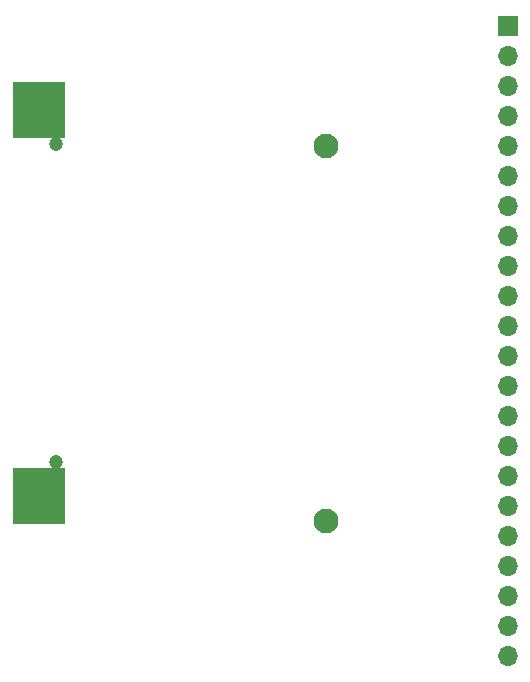
<source format=gbr>
G04 #@! TF.FileFunction,Copper,L2,Bot,Signal*
%FSLAX46Y46*%
G04 Gerber Fmt 4.6, Leading zero omitted, Abs format (unit mm)*
G04 Created by KiCad (PCBNEW 4.0.6-e0-6349~53~ubuntu14.04.1) date Fri Oct 20 08:52:49 2017*
%MOMM*%
%LPD*%
G01*
G04 APERTURE LIST*
%ADD10C,0.100000*%
%ADD11R,1.700000X1.700000*%
%ADD12O,1.700000X1.700000*%
%ADD13C,1.200000*%
%ADD14R,4.500000X4.850000*%
%ADD15C,2.100000*%
G04 APERTURE END LIST*
D10*
D11*
X202565000Y-86995000D03*
D12*
X202565000Y-89535000D03*
X202565000Y-92075000D03*
X202565000Y-94615000D03*
X202565000Y-97155000D03*
X202565000Y-99695000D03*
X202565000Y-102235000D03*
X202565000Y-104775000D03*
X202565000Y-107315000D03*
X202565000Y-109855000D03*
X202565000Y-112395000D03*
X202565000Y-114935000D03*
X202565000Y-117475000D03*
X202565000Y-120015000D03*
X202565000Y-122555000D03*
X202565000Y-125095000D03*
X202565000Y-127635000D03*
X202565000Y-130175000D03*
X202565000Y-132715000D03*
X202565000Y-135255000D03*
X202565000Y-137795000D03*
X202565000Y-140335000D03*
D13*
X164281000Y-123973000D03*
X164281000Y-96973000D03*
D14*
X162881000Y-126823000D03*
X162881000Y-94123000D03*
D15*
X187191000Y-128890000D03*
X187191000Y-97170000D03*
M02*

</source>
